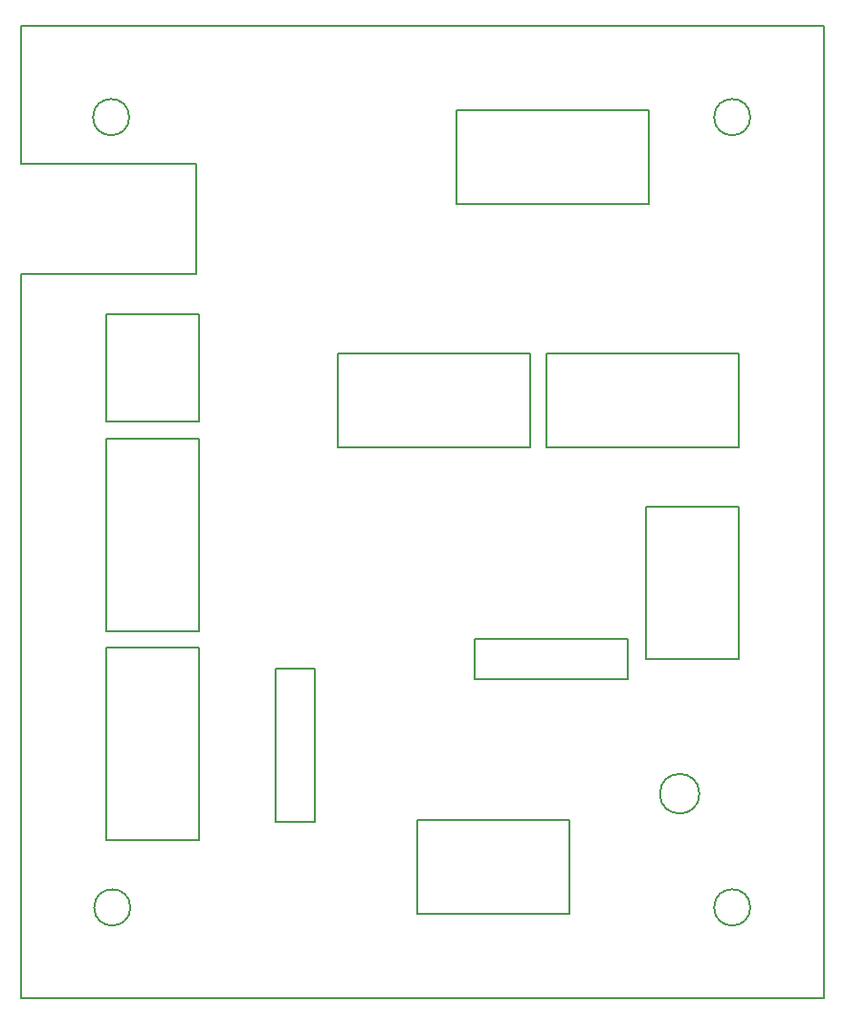
<source format=gbr>
%TF.GenerationSoftware,KiCad,Pcbnew,7.0.6-0*%
%TF.CreationDate,2023-09-14T16:40:38+10:00*%
%TF.ProjectId,u-nit-lid,752d6e69-742d-46c6-9964-2e6b69636164,rev?*%
%TF.SameCoordinates,Original*%
%TF.FileFunction,Profile,NP*%
%FSLAX46Y46*%
G04 Gerber Fmt 4.6, Leading zero omitted, Abs format (unit mm)*
G04 Created by KiCad (PCBNEW 7.0.6-0) date 2023-09-14 16:40:38*
%MOMM*%
%LPD*%
G01*
G04 APERTURE LIST*
%TA.AperFunction,Profile*%
%ADD10C,0.200000*%
%TD*%
G04 APERTURE END LIST*
D10*
X122689000Y-86943000D02*
X122689000Y-77443000D01*
X141189000Y-108793000D02*
X141189000Y-122292800D01*
X163689000Y-122192800D02*
X163689000Y-130442800D01*
X160189000Y-80943000D02*
X160189000Y-89193000D01*
X141189000Y-122292800D02*
X137689000Y-122292800D01*
X150189000Y-130442800D02*
X150189000Y-122192800D01*
X130939000Y-86943000D02*
X122689000Y-86943000D01*
X155329000Y-109693000D02*
X155329000Y-106193000D01*
X115189000Y-51943000D02*
X115189000Y-64193000D01*
X160189000Y-89193000D02*
X143189000Y-89193000D01*
X130689000Y-73943000D02*
X115189000Y-73943000D01*
X153689000Y-67693000D02*
X153689000Y-59443000D01*
X168829000Y-106193000D02*
X168829000Y-109693000D01*
X122689000Y-88443000D02*
X130939000Y-88443000D01*
X161689000Y-89193000D02*
X161689000Y-80943000D01*
X130689000Y-64193000D02*
X130689000Y-73943000D01*
X137689000Y-122292800D02*
X137689000Y-108793000D01*
X178689000Y-80943000D02*
X178689000Y-89193000D01*
X143189000Y-80943000D02*
X160189000Y-80943000D01*
X124839000Y-129892800D02*
G75*
G03*
X124839000Y-129892800I-1600000J0D01*
G01*
X130939000Y-123942800D02*
X122689000Y-123942800D01*
X155329000Y-106193000D02*
X168829000Y-106193000D01*
X150189000Y-122192800D02*
X163689000Y-122192800D01*
X143189000Y-89193000D02*
X143189000Y-80943000D01*
X186189000Y-51943000D02*
X115189000Y-51943000D01*
X178689000Y-107943000D02*
X170439000Y-107943000D01*
X170439000Y-94443000D02*
X178689000Y-94443000D01*
X122689000Y-77443000D02*
X130939000Y-77443000D01*
X163689000Y-130442800D02*
X150189000Y-130442800D01*
X170689000Y-67693000D02*
X153689000Y-67693000D01*
X186189000Y-137942800D02*
X186189000Y-51943000D01*
X170689000Y-59443000D02*
X170689000Y-67693000D01*
X153689000Y-59443000D02*
X170689000Y-59443000D01*
X115189000Y-64193000D02*
X130689000Y-64193000D01*
X115189000Y-137942800D02*
X186189000Y-137942800D01*
X124739000Y-60043000D02*
G75*
G03*
X124739000Y-60043000I-1600000J0D01*
G01*
X130939000Y-77443000D02*
X130939000Y-86943000D01*
X170439000Y-107943000D02*
X170439000Y-94443000D01*
X161689000Y-80943000D02*
X178689000Y-80943000D01*
X179689000Y-60043000D02*
G75*
G03*
X179689000Y-60043000I-1600000J0D01*
G01*
X122689000Y-123942800D02*
X122689000Y-106943000D01*
X179689000Y-129892800D02*
G75*
G03*
X179689000Y-129892800I-1600000J0D01*
G01*
X122689000Y-106943000D02*
X130939000Y-106943000D01*
X137689000Y-108793000D02*
X141189000Y-108793000D01*
X115189000Y-73943000D02*
X115189000Y-137942800D01*
X122689000Y-105443000D02*
X122689000Y-88443000D01*
X178689000Y-89193000D02*
X161689000Y-89193000D01*
X130939000Y-105443000D02*
X122689000Y-105443000D01*
X130939000Y-106943000D02*
X130939000Y-123942800D01*
X175189000Y-119842800D02*
G75*
G03*
X175189000Y-119842800I-1750000J0D01*
G01*
X178689000Y-94443000D02*
X178689000Y-107943000D01*
X168829000Y-109693000D02*
X155329000Y-109693000D01*
X130939000Y-88443000D02*
X130939000Y-105443000D01*
M02*

</source>
